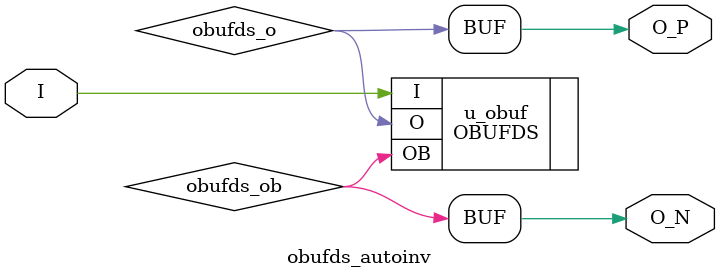
<source format=v>
`timescale 1ns / 1ps

module obufds_autoinv( input I,
		       output O_P,
		       output O_N );

   parameter		      INV = 1'b0;

   wire			      obufds_o;
   wire			      obufds_ob;
   assign O_P = (INV == 1'b1) ? obufds_ob : obufds_o;
   assign O_N = (INV == 1'b1) ? obufds_o : obufds_ob;

   OBUFDS u_obuf(.I(I),.O(obufds_o),.OB(obufds_ob));   
   
endmodule // obufds_autoinv

		       

</source>
